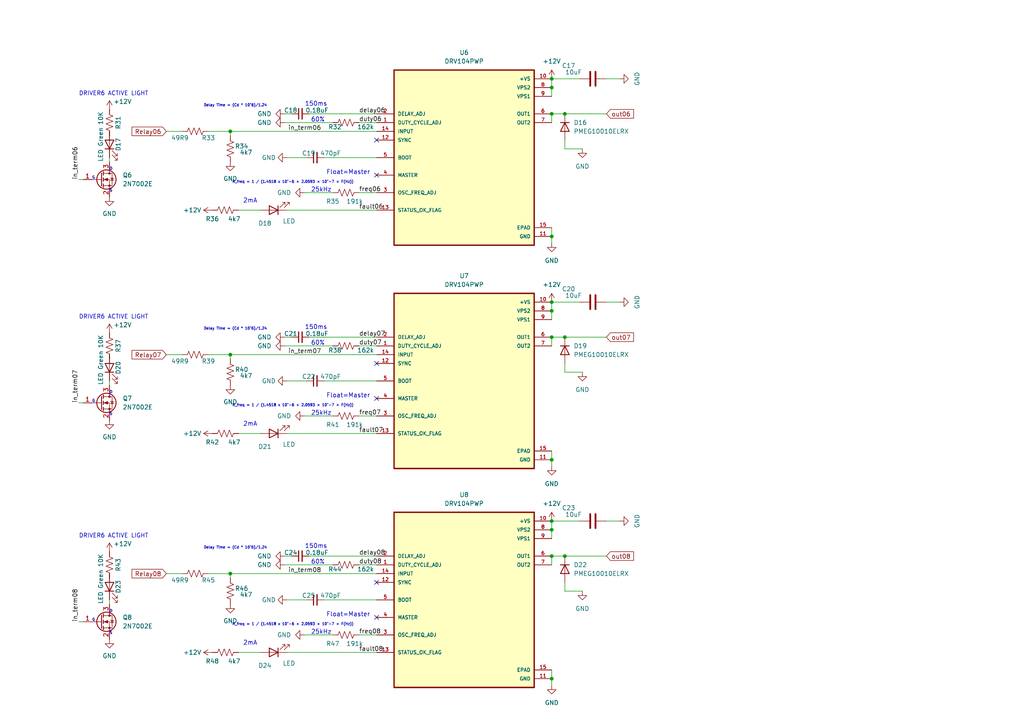
<source format=kicad_sch>
(kicad_sch (version 20231120) (generator "eeschema") (generator_version "8.0")
  (paper "A4")
  (title_block (title "16 Channel PWM Solenoid Driver - USB") (date "2024-06-12") (rev "3"))
  (lib_symbols
    (symbol "DRV104PWP:DRV104PWP" (pin_names (offset 1.016))
      (property "Reference" "U" (at -20.32 26.4 0))
      (property "Value" "DRV104PWP" (at -20.32 -29.4 0))
      (symbol "DRV104PWP_0_0"
        (rectangle (start -20.32 -25.4) (end 20.32 25.4) (stroke (width 0.41)) (fill (type background)))
        (pin input line (at -25.4 10.16 0) (length 5.08) (name "DUTY_CYCLE_ADJ") (number "1"))
        (pin power_in line (at 25.4 22.86 180) (length 5.08) (name "+VS") (number "10"))
        (pin power_in line (at 25.4 -22.86 180) (length 5.08) (name "GND") (number "11"))
        (pin input line (at -25.4 5.08 0) (length 5.08) (name "SYNC") (number "12"))
        (pin bidirectional line (at -25.4 -15.24 0) (length 5.08) (name "STATUS_OK_FLAG") (number "13"))
        (pin input line (at -25.4 7.62 0) (length 5.08) (name "INPUT") (number "14"))
        (pin power_in line (at 25.4 -20.32 180) (length 5.08) (name "EPAD") (number "15"))
        (pin input line (at -25.4 12.7 0) (length 5.08) (name "DELAY_ADJ") (number "2"))
        (pin bidirectional line (at -25.4 -10.16 0) (length 5.08) (name "OSC_FREQ_ADJ") (number "3"))
        (pin bidirectional line (at -25.4 -5.08 0) (length 5.08) (name "MASTER") (number "4"))
        (pin bidirectional line (at -25.4 0 0) (length 5.08) (name "BOOT") (number "5"))
        (pin output line (at 25.4 12.7 180) (length 5.08) (name "OUT1") (number "6"))
        (pin output line (at 25.4 10.16 180) (length 5.08) (name "OUT2") (number "7"))
        (pin power_in line (at 25.4 20.32 180) (length 5.08) (name "VPS2") (number "8"))
        (pin power_in line (at 25.4 17.78 180) (length 5.08) (name "VPS1") (number "9"))
      )
    )
    (symbol "Device:C" (pin_numbers hide) (pin_names (offset 0.254))
      (property "Reference" "C" (at 0.635 2.54 0))
      (property "Value" "C" (at 0.635 -2.54 0))
      (symbol "C_0_1"
        (polyline (pts (xy -2.032 -0.762) (xy 2.032 -0.762)) (stroke (width 0.508)))
        (polyline (pts (xy -2.032 0.762) (xy 2.032 0.762)) (stroke (width 0.508)))
      )
      (symbol "C_1_1"
        (pin passive line (at 0 3.81 270) (length 2.794) (name "~") (number "1"))
        (pin passive line (at 0 -3.81 90) (length 2.794) (name "~") (number "2"))
      )
    )
    (symbol "Device:C_Small" (pin_numbers hide) (pin_names (offset 0.254) hide)
      (property "Reference" "C" (at 0.254 1.778 0))
      (property "Value" "C_Small" (at 0.254 -2.032 0))
      (symbol "C_Small_0_1"
        (polyline (pts (xy -1.524 -0.508) (xy 1.524 -0.508)) (stroke (width 0.3302)))
        (polyline (pts (xy -1.524 0.508) (xy 1.524 0.508)) (stroke (width 0.3048)))
      )
      (symbol "C_Small_1_1"
        (pin passive line (at 0 2.54 270) (length 2.032) (name "~") (number "1"))
        (pin passive line (at 0 -2.54 90) (length 2.032) (name "~") (number "2"))
      )
    )
    (symbol "Device:D" (pin_numbers hide) (pin_names (offset 1.016) hide)
      (property "Reference" "D" (at 0 2.54 0))
      (property "Value" "D" (at 0 -2.54 0))
      (symbol "D_0_1"
        (polyline (pts (xy -1.27 1.27) (xy -1.27 -1.27)) (stroke (width 0.254)))
        (polyline (pts (xy 1.27 0) (xy -1.27 0)))
        (polyline (pts (xy 1.27 1.27) (xy 1.27 -1.27) (xy -1.27 0) (xy 1.27 1.27)) (stroke (width 0.254)))
      )
      (symbol "D_1_1"
        (pin passive line (at -3.81 0 0) (length 2.54) (name "K") (number "1"))
        (pin passive line (at 3.81 0 180) (length 2.54) (name "A") (number "2"))
      )
    )
    (symbol "Device:LED" (pin_numbers hide) (pin_names (offset 1.016) hide)
      (property "Reference" "D" (at 0 2.54 0))
      (property "Value" "LED" (at 0 -2.54 0))
      (symbol "LED_0_1"
        (polyline (pts (xy -1.27 -1.27) (xy -1.27 1.27)) (stroke (width 0.254)))
        (polyline (pts (xy -1.27 0) (xy 1.27 0)))
        (polyline (pts (xy 1.27 -1.27) (xy 1.27 1.27) (xy -1.27 0) (xy 1.27 -1.27)) (stroke (width 0.254)))
        (polyline (pts (xy -3.048 -0.762) (xy -4.572 -2.286) (xy -3.81 -2.286) (xy -4.572 -2.286) (xy -4.572 -1.524)))
        (polyline (pts (xy -1.778 -0.762) (xy -3.302 -2.286) (xy -2.54 -2.286) (xy -3.302 -2.286) (xy -3.302 -1.524)))
      )
      (symbol "LED_1_1"
        (pin passive line (at -3.81 0 0) (length 2.54) (name "K") (number "1"))
        (pin passive line (at 3.81 0 180) (length 2.54) (name "A") (number "2"))
      )
    )
    (symbol "Device:R_US" (pin_numbers hide) (pin_names (offset 0))
      (property "Reference" "R" (at 2.54 0 90))
      (property "Value" "R_US" (at -2.54 0 90))
      (symbol "R_US_0_1"
        (polyline (pts (xy 0 -2.286) (xy 0 -2.54)))
        (polyline (pts (xy 0 2.286) (xy 0 2.54)))
        (polyline (pts (xy 0 -0.762) (xy 1.016 -1.143) (xy 0 -1.524) (xy -1.016 -1.905) (xy 0 -2.286)))
        (polyline (pts (xy 0 0.762) (xy 1.016 0.381) (xy 0 0) (xy -1.016 -0.381) (xy 0 -0.762)))
        (polyline (pts (xy 0 2.286) (xy 1.016 1.905) (xy 0 1.524) (xy -1.016 1.143) (xy 0 0.762)))
      )
      (symbol "R_US_1_1"
        (pin passive line (at 0 3.81 270) (length 1.27) (name "~") (number "1"))
        (pin passive line (at 0 -3.81 90) (length 1.27) (name "~") (number "2"))
      )
    )
    (symbol "Transistor_FET:2N7002E" (pin_names hide)
      (property "Reference" "Q" (at 5.08 1.905 0))
      (property "Value" "2N7002E" (at 5.08 0 0))
      (symbol "2N7002E_0_1"
        (polyline (pts (xy 0.254 0) (xy -2.54 0)))
        (polyline (pts (xy 0.254 1.905) (xy 0.254 -1.905)) (stroke (width 0.254)))
        (polyline (pts (xy 0.762 -1.27) (xy 0.762 -2.286)) (stroke (width 0.254)))
        (polyline (pts (xy 0.762 0.508) (xy 0.762 -0.508)) (stroke (width 0.254)))
        (polyline (pts (xy 0.762 2.286) (xy 0.762 1.27)) (stroke (width 0.254)))
        (polyline (pts (xy 2.54 2.54) (xy 2.54 1.778)))
        (polyline (pts (xy 2.54 -2.54) (xy 2.54 0) (xy 0.762 0)))
        (polyline (pts (xy 0.762 -1.778) (xy 3.302 -1.778) (xy 3.302 1.778) (xy 0.762 1.778)))
        (polyline (pts (xy 1.016 0) (xy 2.032 0.381) (xy 2.032 -0.381) (xy 1.016 0)) (fill (type outline)))
        (polyline (pts (xy 2.794 0.508) (xy 2.921 0.381) (xy 3.683 0.381) (xy 3.81 0.254)))
        (polyline (pts (xy 3.302 0.381) (xy 2.921 -0.254) (xy 3.683 -0.254) (xy 3.302 0.381)))
        (circle (center 1.651 0) (radius 2.794) (stroke (width 0.254)))
        (circle (center 2.54 -1.778) (radius 0.254) (fill (type outline)))
        (circle (center 2.54 1.778) (radius 0.254) (fill (type outline)))
      )
      (symbol "2N7002E_1_1"
        (pin input line (at -5.08 0 0) (length 2.54) (name "G") (number "1"))
        (pin passive line (at 2.54 -5.08 90) (length 2.54) (name "S") (number "2"))
        (pin passive line (at 2.54 5.08 270) (length 2.54) (name "D") (number "3"))
      )
    )
    (symbol "power:+12V" (power) (pin_names (offset 0))
      (property "Value" "+12V" (at 0 3.556 0))
      (symbol "+12V_0_1"
        (polyline (pts (xy -0.762 1.27) (xy 0 2.54)))
        (polyline (pts (xy 0 0) (xy 0 2.54)))
        (polyline (pts (xy 0 2.54) (xy 0.762 1.27)))
      )
      (symbol "+12V_1_1"
        (pin power_in line (at 0 0 90) (length 0) hide (name "+12V") (number "1"))
      )
    )
    (symbol "power:GND" (power) (pin_names (offset 0))
      (property "Value" "GND" (at 0 -3.81 0))
      (symbol "GND_0_1"
        (polyline (pts (xy 0 0) (xy 0 -1.27) (xy 1.27 -1.27) (xy 0 -2.54) (xy -1.27 -1.27) (xy 0 -1.27)))
      )
      (symbol "GND_1_1"
        (pin power_in line (at 0 0 270) (length 0) hide (name "GND") (number "1"))
      )
    )
  )
  (junction (at 160.02 68.58))
  (junction (at 163.83 33.02))
  (junction (at 66.802 166.37))
  (junction (at 160.02 87.63))
  (junction (at 66.802 102.87))
  (junction (at 160.02 90.17))
  (junction (at 163.83 161.29))
  (junction (at 160.02 97.79))
  (junction (at 160.02 33.02))
  (junction (at 163.83 97.79))
  (junction (at 160.02 151.13))
  (junction (at 160.02 161.29))
  (junction (at 160.02 133.35))
  (junction (at 66.802 38.1))
  (junction (at 160.02 196.85))
  (junction (at 160.02 153.67))
  (junction (at 160.02 22.86))
  (junction (at 160.02 25.4))
  (no_connect (at 109.22 105.41))
  (no_connect (at 109.22 50.8))
  (no_connect (at 109.22 179.07))
  (no_connect (at 109.22 115.57))
  (no_connect (at 109.22 168.91))
  (no_connect (at 109.22 40.64))
  (wire (pts (xy 160.02 151.13) (xy 160.02 153.67)))
  (wire (pts (xy 104.14 184.15) (xy 109.22 184.15)))
  (wire (pts (xy 31.75 110.49) (xy 31.75 111.76)))
  (wire (pts (xy 89.662 161.29) (xy 109.22 161.29)))
  (wire (pts (xy 88.265 55.88) (xy 96.52 55.88)))
  (wire (pts (xy 163.83 33.02) (xy 175.895 33.02)))
  (wire (pts (xy 168.148 151.13) (xy 160.02 151.13)))
  (wire (pts (xy 160.02 153.67) (xy 160.02 156.21)))
  (wire (pts (xy 89.662 97.79) (xy 109.22 97.79)))
  (wire (pts (xy 48.26 38.1) (xy 52.832 38.1)))
  (wire (pts (xy 175.768 151.13) (xy 179.705 151.13)))
  (wire (pts (xy 104.14 55.88) (xy 109.22 55.88)))
  (wire (pts (xy 160.02 25.4) (xy 160.02 27.94)))
  (wire (pts (xy 104.14 100.33) (xy 109.22 100.33)))
  (wire (pts (xy 160.02 90.17) (xy 160.02 92.71)))
  (wire (pts (xy 88.9 45.72) (xy 83.185 45.72)))
  (wire (pts (xy 160.02 33.02) (xy 160.02 35.56)))
  (wire (pts (xy 66.802 38.1) (xy 109.22 38.1)))
  (wire (pts (xy 66.802 166.37) (xy 109.22 166.37)))
  (wire (pts (xy 60.452 38.1) (xy 66.802 38.1)))
  (wire (pts (xy 104.14 35.56) (xy 109.22 35.56)))
  (wire (pts (xy 160.02 130.81) (xy 160.02 133.35)))
  (wire (pts (xy 48.26 102.87) (xy 52.832 102.87)))
  (wire (pts (xy 82.55 35.56) (xy 96.52 35.56)))
  (wire (pts (xy 104.14 163.83) (xy 109.22 163.83)))
  (wire (pts (xy 163.83 43.18) (xy 163.83 40.64)))
  (wire (pts (xy 66.802 102.87) (xy 66.802 104.14)))
  (wire (pts (xy 88.265 184.15) (xy 96.52 184.15)))
  (wire (pts (xy 160.02 97.79) (xy 160.02 100.33)))
  (wire (pts (xy 31.75 45.72) (xy 31.75 46.99)))
  (wire (pts (xy 160.02 68.58) (xy 160.02 70.485)))
  (wire (pts (xy 160.02 66.04) (xy 160.02 68.58)))
  (wire (pts (xy 66.802 102.87) (xy 109.22 102.87)))
  (wire (pts (xy 60.452 102.87) (xy 66.802 102.87)))
  (wire (pts (xy 175.768 22.86) (xy 179.705 22.86)))
  (wire (pts (xy 93.98 45.72) (xy 109.22 45.72)))
  (wire (pts (xy 160.02 161.29) (xy 160.02 163.83)))
  (wire (pts (xy 69.215 60.96) (xy 75.565 60.96)))
  (wire (pts (xy 168.91 107.95) (xy 163.83 107.95)))
  (wire (pts (xy 93.98 110.49) (xy 109.22 110.49)))
  (wire (pts (xy 60.452 166.37) (xy 66.802 166.37)))
  (wire (pts (xy 22.86 180.34) (xy 24.13 180.34)))
  (wire (pts (xy 84.582 33.02) (xy 82.55 33.02)))
  (wire (pts (xy 163.83 107.95) (xy 163.83 105.41)))
  (wire (pts (xy 160.02 161.29) (xy 163.83 161.29)))
  (wire (pts (xy 160.02 87.63) (xy 160.02 90.17)))
  (wire (pts (xy 160.02 133.35) (xy 160.02 135.255)))
  (wire (pts (xy 104.14 120.65) (xy 109.22 120.65)))
  (wire (pts (xy 31.75 173.99) (xy 31.75 175.26)))
  (wire (pts (xy 66.802 38.1) (xy 66.802 39.37)))
  (wire (pts (xy 163.83 171.45) (xy 163.83 168.91)))
  (wire (pts (xy 88.9 173.99) (xy 83.185 173.99)))
  (wire (pts (xy 160.02 22.86) (xy 160.02 25.4)))
  (wire (pts (xy 22.86 52.07) (xy 24.13 52.07)))
  (wire (pts (xy 93.98 173.99) (xy 109.22 173.99)))
  (wire (pts (xy 175.768 87.63) (xy 179.705 87.63)))
  (wire (pts (xy 31.75 167.64) (xy 31.75 166.37)))
  (wire (pts (xy 160.02 196.85) (xy 160.02 198.755)))
  (wire (pts (xy 48.26 166.37) (xy 52.832 166.37)))
  (wire (pts (xy 160.02 194.31) (xy 160.02 196.85)))
  (wire (pts (xy 160.02 97.79) (xy 163.83 97.79)))
  (wire (pts (xy 163.83 161.29) (xy 175.895 161.29)))
  (wire (pts (xy 168.91 171.45) (xy 163.83 171.45)))
  (wire (pts (xy 22.86 116.84) (xy 24.13 116.84)))
  (wire (pts (xy 88.265 120.65) (xy 96.52 120.65)))
  (wire (pts (xy 82.55 100.33) (xy 96.52 100.33)))
  (wire (pts (xy 84.582 161.29) (xy 82.55 161.29)))
  (wire (pts (xy 82.55 163.83) (xy 96.52 163.83)))
  (wire (pts (xy 160.02 33.02) (xy 163.83 33.02)))
  (wire (pts (xy 31.75 39.37) (xy 31.75 38.1)))
  (wire (pts (xy 66.802 166.37) (xy 66.802 167.64)))
  (wire (pts (xy 83.185 60.96) (xy 109.22 60.96)))
  (wire (pts (xy 69.215 189.23) (xy 75.565 189.23)))
  (wire (pts (xy 88.9 110.49) (xy 83.185 110.49)))
  (wire (pts (xy 83.185 125.73) (xy 109.22 125.73)))
  (wire (pts (xy 168.148 22.86) (xy 160.02 22.86)))
  (wire (pts (xy 163.83 97.79) (xy 175.895 97.79)))
  (wire (pts (xy 69.215 125.73) (xy 75.565 125.73)))
  (wire (pts (xy 83.185 189.23) (xy 109.22 189.23)))
  (wire (pts (xy 31.75 104.14) (xy 31.75 102.87)))
  (wire (pts (xy 89.662 33.02) (xy 109.22 33.02)))
  (wire (pts (xy 168.91 43.18) (xy 163.83 43.18)))
  (wire (pts (xy 168.148 87.63) (xy 160.02 87.63)))
  (wire (pts (xy 84.582 97.79) (xy 82.55 97.79)))
  (text "Delay Time = (Cd * 10^6)/1.24" (at 59.055 159.385 0) (effects (font (size 0.75 0.75)) (justify left bottom)))
  (text "Float=Master" (at 94.615 50.8 0) (effects (font (size 1.27 1.27)) (justify left bottom)))
  (text "150ms" (at 88.392 159.258 0) (effects (font (size 1.27 1.27)) (justify left bottom)))
  (text "D" (at 31.75 49.53 0) (effects (font (size 0.75 0.75)) (justify left bottom)))
  (text "Float=Master" (at 94.615 179.07 0) (effects (font (size 1.27 1.27)) (justify left bottom)))
  (text "60%" (at 90.17 35.56 0) (effects (font (size 1.27 1.27)) (justify left bottom)))
  (text "150ms" (at 88.392 30.988 0) (effects (font (size 1.27 1.27)) (justify left bottom)))
  (text "G" (at 26.67 52.07 0) (effects (font (size 0.75 0.75)) (justify left bottom)))
  (text "D" (at 31.75 114.3 0) (effects (font (size 0.75 0.75)) (justify left bottom)))
  (text "2mA" (at 70.485 187.325 0) (effects (font (size 1.27 1.27)) (justify left bottom)))
  (text "DRIVER6 ACTIVE LIGHT" (at 22.86 156.21 0) (effects (font (size 1.2 1.2)) (justify left bottom)))
  (text "R_freq = 1 / (1.4518 x 10^−6 + 2.0593 × 10^−7 × F(Hz))" (at 67.31 118.11 0) (effects (font (size 0.75 0.75)) (justify left bottom)))
  (text "25kHz" (at 90.17 120.65 0) (effects (font (size 1.27 1.27)) (justify left bottom)))
  (text "Delay Time = (Cd * 10^6)/1.24" (at 59.055 95.885 0) (effects (font (size 0.75 0.75)) (justify left bottom)))
  (text "D" (at 31.75 177.8 0) (effects (font (size 0.75 0.75)) (justify left bottom)))
  (text "DRIVER6 ACTIVE LIGHT" (at 22.86 27.94 0) (effects (font (size 1.2 1.2)) (justify left bottom)))
  (text "S" (at 31.75 55.88 0) (effects (font (size 0.75 0.75)) (justify left bottom)))
  (text "2mA" (at 70.485 59.055 0) (effects (font (size 1.27 1.27)) (justify left bottom)))
  (text "60%" (at 90.17 100.33 0) (effects (font (size 1.27 1.27)) (justify left bottom)))
  (text "25kHz" (at 90.17 184.15 0) (effects (font (size 1.27 1.27)) (justify left bottom)))
  (text "2mA" (at 70.485 123.825 0) (effects (font (size 1.27 1.27)) (justify left bottom)))
  (text "Delay Time = (Cd * 10^6)/1.24" (at 59.055 31.115 0) (effects (font (size 0.75 0.75)) (justify left bottom)))
  (text "G" (at 26.67 116.84 0) (effects (font (size 0.75 0.75)) (justify left bottom)))
  (text "150ms" (at 88.392 95.758 0) (effects (font (size 1.27 1.27)) (justify left bottom)))
  (text "S" (at 31.75 120.65 0) (effects (font (size 0.75 0.75)) (justify left bottom)))
  (text "60%" (at 90.17 163.83 0) (effects (font (size 1.27 1.27)) (justify left bottom)))
  (text "G" (at 26.67 180.34 0) (effects (font (size 0.75 0.75)) (justify left bottom)))
  (text "S" (at 31.75 184.15 0) (effects (font (size 0.75 0.75)) (justify left bottom)))
  (text "DRIVER6 ACTIVE LIGHT" (at 22.86 92.71 0) (effects (font (size 1.2 1.2)) (justify left bottom)))
  (text "Float=Master" (at 94.615 115.57 0) (effects (font (size 1.27 1.27)) (justify left bottom)))
  (text "R_freq = 1 / (1.4518 x 10^−6 + 2.0593 × 10^−7 × F(Hz))" (at 67.31 181.61 0) (effects (font (size 0.75 0.75)) (justify left bottom)))
  (text "R_freq = 1 / (1.4518 x 10^−6 + 2.0593 × 10^−7 × F(Hz))" (at 67.31 53.34 0) (effects (font (size 0.75 0.75)) (justify left bottom)))
  (text "25kHz" (at 90.17 55.88 0) (effects (font (size 1.27 1.27)) (justify left bottom)))
  (label "delay07" (at 104.14 97.79 0))
  (label "fault08" (at 104.14 189.23 0))
  (label "in_term06" (at 83.566 38.1 0))
  (label "delay08" (at 104.14 161.29 0))
  (label "delay06" (at 104.14 33.02 0))
  (label "duty07" (at 104.14 100.33 0))
  (label "fault07" (at 104.14 125.73 0))
  (label "in_term07" (at 22.86 116.84 90))
  (label "duty06" (at 104.14 35.56 0))
  (label "in_term08" (at 22.86 180.34 90))
  (label "in_term08" (at 83.566 166.37 0))
  (label "freq07" (at 104.14 120.65 0))
  (label "freq08" (at 104.14 184.15 0))
  (label "freq06" (at 104.14 55.88 0))
  (label "duty08" (at 104.14 163.83 0))
  (label "in_term06" (at 22.86 52.07 90))
  (label "fault06" (at 104.14 60.96 0))
  (label "in_term07" (at 83.566 102.87 0))
  (global_label "Relay07" (shape input) (at 48.26 102.87 180) (property "Intersheetrefs" "${INTERSHEET_REFS}" (effects (hide yes))))
  (global_label "out08" (shape input) (at 175.895 161.29 0) (property "Intersheetrefs" "${INTERSHEET_REFS}" (effects (hide yes))))
  (global_label "out06" (shape input) (at 175.895 33.02 0) (property "Intersheetrefs" "${INTERSHEET_REFS}" (effects (hide yes))))
  (global_label "Relay08" (shape input) (at 48.26 166.37 180) (property "Intersheetrefs" "${INTERSHEET_REFS}" (effects (hide yes))))
  (global_label "Relay06" (shape input) (at 48.26 38.1 180) (property "Intersheetrefs" "${INTERSHEET_REFS}" (effects (hide yes))))
  (global_label "out07" (shape input) (at 175.895 97.79 0) (property "Intersheetrefs" "${INTERSHEET_REFS}" (effects (hide yes))))
  (symbol (lib_id "power:GND") (at 82.55 33.02 270) (unit 1)
    (property "Reference" "#PWR067" (effects (hide yes)))
    (property "Value" "GND" (at 78.74 33.02 90) (effects (justify right)))
  )
  (symbol (lib_id "Transistor_FET:2N7002E") (at 29.21 116.84 0) (unit 1)
    (property "Reference" "Q7" (at 35.56 115.5699 0) (effects (justify left)))
    (property "Value" "2N7002E" (at 35.56 118.1099 0) (effects (justify left)))
    (property "Footprint" "Package_TO_SOT_SMD:SOT-23" (effects (hide yes)))
    (property "Datasheet" "http://www.diodes.com/assets/Datasheets/ds30376.pdf" (effects (hide yes)))
  )
  (symbol (lib_id "power:GND") (at 31.75 121.92 0) (unit 1)
    (property "Reference" "#PWR085" (effects (hide yes)))
    (property "Value" "GND" (at 31.75 126.746 0))
  )
  (symbol (lib_id "power:GND") (at 168.91 43.18 0) (unit 1)
    (property "Reference" "#PWR069" (effects (hide yes)))
    (property "Value" "GND" (at 168.91 48.26 0))
  )
  (symbol (lib_id "Device:R_US") (at 31.75 100.33 0) (unit 1)
    (property "Reference" "R37" (at 34.29 100.33 90))
    (property "Value" "10K" (at 29.21 99.06 90))
    (property "Footprint" "Resistor_SMD:R_1206_3216Metric" (effects (hide yes)))
    (property "PartNum" "RC0805FR-07162KL" (effects (hide yes)))
    (property "Mfg" "Yageo" (effects (hide yes)))
  )
  (symbol (lib_id "power:GND") (at 82.55 161.29 270) (unit 1)
    (property "Reference" "#PWR091" (effects (hide yes)))
    (property "Value" "GND" (at 78.74 161.29 90) (effects (justify right)))
  )
  (symbol (lib_id "DRV104PWP:DRV104PWP") (at 134.62 173.99 0) (unit 1)
    (property "Reference" "U8" (at 134.62 143.51 0))
    (property "Value" "DRV104PWP" (at 134.62 146.05 0))
    (property "Footprint" "Solenoid_Driver:IC_TPS27S100BPWPR" (effects (hide yes)))
    (property "PartNum" "DRV104PWP" (effects (hide yes)))
    (property "Mfg" "TI" (effects (hide yes)))
  )
  (symbol (lib_id "power:GND") (at 66.802 175.26 0) (unit 1)
    (property "Reference" "#PWR095" (effects (hide yes)))
    (property "Value" "GND" (at 66.802 180.086 0))
  )
  (symbol (lib_id "power:GND") (at 179.705 151.13 90) (unit 1)
    (property "Reference" "#PWR089" (effects (hide yes)))
    (property "Value" "GND" (at 184.785 151.13 0))
  )
  (symbol (lib_id "power:GND") (at 88.265 55.88 270) (unit 1)
    (property "Reference" "#PWR072" (effects (hide yes)))
    (property "Value" "GND" (at 84.455 55.88 90) (effects (justify right)))
  )
  (symbol (lib_id "power:+12V") (at 160.02 87.63 0) (unit 1)
    (property "Reference" "#PWR076" (effects (hide yes)))
    (property "Value" "+12V" (at 160.02 82.55 0))
  )
  (symbol (lib_id "power:GND") (at 168.91 107.95 0) (unit 1)
    (property "Reference" "#PWR081" (effects (hide yes)))
    (property "Value" "GND" (at 168.91 113.03 0))
  )
  (symbol (lib_id "power:GND") (at 31.75 57.15 0) (unit 1)
    (property "Reference" "#PWR073" (effects (hide yes)))
    (property "Value" "GND" (at 31.75 61.976 0))
  )
  (symbol (lib_id "power:GND") (at 83.185 173.99 270) (unit 1)
    (property "Reference" "#PWR094" (effects (hide yes)))
    (property "Value" "GND" (at 80.01 173.99 90) (effects (justify right)))
  )
  (symbol (lib_id "power:GND") (at 179.705 22.86 90) (unit 1)
    (property "Reference" "#PWR065" (effects (hide yes)))
    (property "Value" "GND" (at 184.785 22.86 0))
  )
  (symbol (lib_id "power:GND") (at 168.91 171.45 0) (unit 1)
    (property "Reference" "#PWR093" (effects (hide yes)))
    (property "Value" "GND" (at 168.91 176.53 0))
  )
  (symbol (lib_id "Device:R_US") (at 56.642 166.37 90) (unit 1)
    (property "Reference" "R45" (at 60.452 168.275 90))
    (property "Value" "49R9" (at 52.197 168.275 90))
    (property "Footprint" "Resistor_SMD:R_1206_3216Metric" (effects (hide yes)))
    (property "PartNum" "RC0805FR-0749R9L" (effects (hide yes)))
    (property "Mfg" "Yageo" (effects (hide yes)))
  )
  (symbol (lib_id "Device:R_US") (at 100.33 120.65 90) (unit 1)
    (property "Reference" "R41" (at 96.52 123.19 90))
    (property "Value" "191k" (at 102.87 123.19 90))
    (property "Footprint" "Resistor_SMD:R_1206_3216Metric" (effects (hide yes)))
    (property "PartNum" "RC0805FR-07191KL" (effects (hide yes)))
    (property "Mfg" "Yageo" (effects (hide yes)))
  )
  (symbol (lib_id "Transistor_FET:2N7002E") (at 29.21 52.07 0) (unit 1)
    (property "Reference" "Q6" (at 35.56 50.7999 0) (effects (justify left)))
    (property "Value" "2N7002E" (at 35.56 53.3399 0) (effects (justify left)))
    (property "Footprint" "Package_TO_SOT_SMD:SOT-23" (effects (hide yes)))
    (property "Datasheet" "http://www.diodes.com/assets/Datasheets/ds30376.pdf" (effects (hide yes)))
  )
  (symbol (lib_id "Device:LED") (at 79.375 125.73 180) (unit 1)
    (property "Reference" "D21" (at 76.835 129.54 0))
    (property "Value" "LED" (at 83.82 128.905 0))
    (property "Footprint" "LED_SMD:LED_0805_2012Metric" (effects (hide yes)))
    (property "PartNum" "150080RS75000" (effects (hide yes)))
    (property "Mfg" "Wurth" (effects (hide yes)))
  )
  (symbol (lib_id "Device:R_US") (at 100.33 184.15 90) (unit 1)
    (property "Reference" "R47" (at 96.52 186.69 90))
    (property "Value" "191k" (at 102.87 186.69 90))
    (property "Footprint" "Resistor_SMD:R_1206_3216Metric" (effects (hide yes)))
    (property "PartNum" "RC0805FR-07191KL" (effects (hide yes)))
    (property "Mfg" "Yageo" (effects (hide yes)))
  )
  (symbol (lib_id "Device:C") (at 171.958 151.13 90) (unit 1)
    (property "Reference" "C23" (at 166.878 147.32 90) (effects (justify left)))
    (property "Value" "10uF" (at 168.783 149.225 90) (effects (justify left)))
    (property "Footprint" "Capacitor_SMD:C_1210_3225Metric" (effects (hide yes)))
    (property "PartNum" "CL32A106KLULNNE" (effects (hide yes)))
    (property "Mfg" "Samsung Electro-Mechanics" (effects (hide yes)))
  )
  (symbol (lib_id "Device:LED") (at 79.375 189.23 180) (unit 1)
    (property "Reference" "D24" (at 76.835 193.04 0))
    (property "Value" "LED" (at 83.82 192.405 0))
    (property "Footprint" "LED_SMD:LED_0805_2012Metric" (effects (hide yes)))
    (property "PartNum" "150080RS75000" (effects (hide yes)))
    (property "Mfg" "Wurth" (effects (hide yes)))
  )
  (symbol (lib_id "power:GND") (at 88.265 120.65 270) (unit 1)
    (property "Reference" "#PWR084" (effects (hide yes)))
    (property "Value" "GND" (at 84.455 120.65 90) (effects (justify right)))
  )
  (symbol (lib_id "Device:R_US") (at 65.405 189.23 90) (unit 1)
    (property "Reference" "R48" (at 61.595 191.77 90))
    (property "Value" "4k7" (at 67.945 191.77 90))
    (property "Footprint" "Resistor_SMD:R_1206_3216Metric" (effects (hide yes)))
    (property "PartNum" "RC0805JR-074K7L" (effects (hide yes)))
    (property "Mfg" "Yageo" (effects (hide yes)))
  )
  (symbol (lib_id "Device:C") (at 171.958 22.86 90) (unit 1)
    (property "Reference" "C17" (at 166.878 19.05 90) (effects (justify left)))
    (property "Value" "10uF" (at 168.783 20.955 90) (effects (justify left)))
    (property "Footprint" "Capacitor_SMD:C_1210_3225Metric" (effects (hide yes)))
    (property "PartNum" "CL32A106KLULNNE" (effects (hide yes)))
    (property "Mfg" "Samsung Electro-Mechanics" (effects (hide yes)))
  )
  (symbol (lib_id "Device:LED") (at 31.75 170.18 90) (unit 1)
    (property "Reference" "D23" (at 34.29 170.18 0))
    (property "Value" "LED Green" (at 29.21 170.18 0))
    (property "Footprint" "LED_SMD:LED_0805_2012Metric" (effects (hide yes)))
    (property "PartNum" "150080RS75000" (effects (hide yes)))
    (property "Mfg" "Wurth" (effects (hide yes)))
  )
  (symbol (lib_id "Device:R_US") (at 100.33 163.83 90) (unit 1)
    (property "Reference" "R44" (at 97.155 165.1 90))
    (property "Value" "162k" (at 106.045 165.1 90))
    (property "Footprint" "Resistor_SMD:R_1206_3216Metric" (effects (hide yes)))
    (property "PartNum" "RC0805FR-07162KL" (effects (hide yes)))
    (property "Mfg" "Yageo" (effects (hide yes)))
  )
  (symbol (lib_id "power:GND") (at 66.802 46.99 0) (unit 1)
    (property "Reference" "#PWR071" (effects (hide yes)))
    (property "Value" "GND" (at 66.802 51.816 0))
  )
  (symbol (lib_id "power:GND") (at 82.55 100.33 270) (unit 1)
    (property "Reference" "#PWR080" (effects (hide yes)))
    (property "Value" "GND" (at 78.74 100.33 90) (effects (justify right)))
  )
  (symbol (lib_id "power:GND") (at 82.55 163.83 270) (unit 1)
    (property "Reference" "#PWR092" (effects (hide yes)))
    (property "Value" "GND" (at 78.74 163.83 90) (effects (justify right)))
  )
  (symbol (lib_id "power:+12V") (at 61.595 189.23 90) (unit 1)
    (property "Reference" "#PWR098" (effects (hide yes)))
    (property "Value" "+12V" (at 58.42 189.23 90) (effects (justify left)))
  )
  (symbol (lib_id "DRV104PWP:DRV104PWP") (at 134.62 110.49 0) (unit 1)
    (property "Reference" "U7" (at 134.62 80.01 0))
    (property "Value" "DRV104PWP" (at 134.62 82.55 0))
    (property "Footprint" "Solenoid_Driver:IC_TPS27S100BPWPR" (effects (hide yes)))
    (property "PartNum" "DRV104PWP" (effects (hide yes)))
    (property "Mfg" "TI" (effects (hide yes)))
  )
  (symbol (lib_id "Device:R_US") (at 100.33 100.33 90) (unit 1)
    (property "Reference" "R38" (at 97.155 101.6 90))
    (property "Value" "162k" (at 106.045 101.6 90))
    (property "Footprint" "Resistor_SMD:R_1206_3216Metric" (effects (hide yes)))
    (property "PartNum" "RC0805FR-07162KL" (effects (hide yes)))
    (property "Mfg" "Yageo" (effects (hide yes)))
  )
  (symbol (lib_id "Device:LED") (at 31.75 41.91 90) (unit 1)
    (property "Reference" "D17" (at 34.29 41.91 0))
    (property "Value" "LED Green" (at 29.21 41.91 0))
    (property "Footprint" "LED_SMD:LED_0805_2012Metric" (effects (hide yes)))
    (property "PartNum" "150080RS75000" (effects (hide yes)))
    (property "Mfg" "Wurth" (effects (hide yes)))
  )
  (symbol (lib_id "Device:R_US") (at 66.802 171.45 180) (unit 1)
    (property "Reference" "R46" (at 70.104 170.688 0))
    (property "Value" "4k7" (at 71.374 172.466 0))
    (property "Footprint" "Resistor_SMD:R_1206_3216Metric" (effects (hide yes)))
    (property "PartNum" "RC0805JR-074K7L" (effects (hide yes)))
    (property "Mfg" "Yageo" (effects (hide yes)))
  )
  (symbol (lib_id "Device:D") (at 163.83 101.6 270) (unit 1)
    (property "Reference" "D19" (at 166.37 100.33 90) (effects (justify left)))
    (property "Value" "PMEG10010ELRX" (at 166.37 102.87 90) (effects (justify left)))
    (property "Footprint" "Diode_SMD:Nexperia_CFP3_SOD-123W" (effects (hide yes)))
    (property "Sim.Device" "D" (effects (hide yes)))
    (property "Sim.Pins" "1=K 2=A" (effects (hide yes)))
    (property "PartNum" "PMEG10010ELRX" (effects (hide yes)))
    (property "Mfg" "Nexperia" (effects (hide yes)))
  )
  (symbol (lib_id "Device:C_Small") (at 91.44 110.49 90) (unit 1)
    (property "Reference" "C22" (at 89.535 109.22 90))
    (property "Value" "470pF" (at 95.885 109.22 90))
    (property "Footprint" "Capacitor_SMD:C_1206_3216Metric" (effects (hide yes)))
    (property "PartNum" "C0805C471K5RAC7800" (effects (hide yes)))
    (property "Mfg" "Kemet" (effects (hide yes)))
  )
  (symbol (lib_id "power:+12V") (at 31.75 160.02 0) (unit 1)
    (property "Reference" "#PWR090" (effects (hide yes)))
    (property "Value" "+12V" (at 35.56 157.734 0))
  )
  (symbol (lib_id "Device:R_US") (at 100.33 55.88 90) (unit 1)
    (property "Reference" "R35" (at 96.52 58.42 90))
    (property "Value" "191k" (at 102.87 58.42 90))
    (property "Footprint" "Resistor_SMD:R_1206_3216Metric" (effects (hide yes)))
    (property "PartNum" "RC0805FR-07191KL" (effects (hide yes)))
    (property "Mfg" "Yageo" (effects (hide yes)))
  )
  (symbol (lib_id "power:+12V") (at 61.595 125.73 90) (unit 1)
    (property "Reference" "#PWR086" (effects (hide yes)))
    (property "Value" "+12V" (at 58.42 125.73 90) (effects (justify left)))
  )
  (symbol (lib_id "power:GND") (at 160.02 70.485 0) (unit 1)
    (property "Reference" "#PWR075" (effects (hide yes)))
    (property "Value" "GND" (at 160.02 75.565 0))
  )
  (symbol (lib_id "Device:R_US") (at 56.642 102.87 90) (unit 1)
    (property "Reference" "R39" (at 60.452 104.775 90))
    (property "Value" "49R9" (at 52.197 104.775 90))
    (property "Footprint" "Resistor_SMD:R_1206_3216Metric" (effects (hide yes)))
    (property "PartNum" "RC0805FR-0749R9L" (effects (hide yes)))
    (property "Mfg" "Yageo" (effects (hide yes)))
  )
  (symbol (lib_id "Device:LED") (at 31.75 106.68 90) (unit 1)
    (property "Reference" "D20" (at 34.29 106.68 0))
    (property "Value" "LED Green" (at 29.21 106.68 0))
    (property "Footprint" "LED_SMD:LED_0805_2012Metric" (effects (hide yes)))
    (property "PartNum" "150080RS75000" (effects (hide yes)))
    (property "Mfg" "Wurth" (effects (hide yes)))
  )
  (symbol (lib_id "power:GND") (at 83.185 110.49 270) (unit 1)
    (property "Reference" "#PWR082" (effects (hide yes)))
    (property "Value" "GND" (at 80.01 110.49 90) (effects (justify right)))
  )
  (symbol (lib_id "power:+12V") (at 160.02 22.86 0) (unit 1)
    (property "Reference" "#PWR064" (effects (hide yes)))
    (property "Value" "+12V" (at 160.02 17.78 0))
  )
  (symbol (lib_id "power:+12V") (at 31.75 31.75 0) (unit 1)
    (property "Reference" "#PWR066" (effects (hide yes)))
    (property "Value" "+12V" (at 35.56 29.464 0))
  )
  (symbol (lib_id "power:GND") (at 160.02 198.755 0) (unit 1)
    (property "Reference" "#PWR099" (effects (hide yes)))
    (property "Value" "GND" (at 160.02 203.835 0))
  )
  (symbol (lib_id "Device:D") (at 163.83 36.83 270) (unit 1)
    (property "Reference" "D16" (at 166.37 35.56 90) (effects (justify left)))
    (property "Value" "PMEG10010ELRX" (at 166.37 38.1 90) (effects (justify left)))
    (property "Footprint" "Diode_SMD:Nexperia_CFP3_SOD-123W" (effects (hide yes)))
    (property "Sim.Device" "D" (effects (hide yes)))
    (property "Sim.Pins" "1=K 2=A" (effects (hide yes)))
    (property "PartNum" "PMEG10010ELRX" (effects (hide yes)))
    (property "Mfg" "Nexperia" (effects (hide yes)))
  )
  (symbol (lib_id "Device:LED") (at 79.375 60.96 180) (unit 1)
    (property "Reference" "D18" (at 76.835 64.77 0))
    (property "Value" "LED" (at 83.82 64.135 0))
    (property "Footprint" "LED_SMD:LED_0805_2012Metric" (effects (hide yes)))
    (property "PartNum" "150080RS75000" (effects (hide yes)))
    (property "Mfg" "Wurth" (effects (hide yes)))
  )
  (symbol (lib_id "Device:R_US") (at 31.75 35.56 0) (unit 1)
    (property "Reference" "R31" (at 34.29 35.56 90))
    (property "Value" "10K" (at 29.21 34.29 90))
    (property "Footprint" "Resistor_SMD:R_1206_3216Metric" (effects (hide yes)))
    (property "PartNum" "RC0805FR-07162KL" (effects (hide yes)))
    (property "Mfg" "Yageo" (effects (hide yes)))
  )
  (symbol (lib_id "Device:R_US") (at 31.75 163.83 0) (unit 1)
    (property "Reference" "R43" (at 34.29 163.83 90))
    (property "Value" "10K" (at 29.21 162.56 90))
    (property "Footprint" "Resistor_SMD:R_1206_3216Metric" (effects (hide yes)))
    (property "PartNum" "RC0805FR-07162KL" (effects (hide yes)))
    (property "Mfg" "Yageo" (effects (hide yes)))
  )
  (symbol (lib_id "Device:R_US") (at 100.33 35.56 90) (unit 1)
    (property "Reference" "R32" (at 97.155 36.83 90))
    (property "Value" "162k" (at 106.045 36.83 90))
    (property "Footprint" "Resistor_SMD:R_1206_3216Metric" (effects (hide yes)))
    (property "PartNum" "RC0805FR-07162KL" (effects (hide yes)))
    (property "Mfg" "Yageo" (effects (hide yes)))
  )
  (symbol (lib_id "Device:C_Small") (at 91.44 45.72 90) (unit 1)
    (property "Reference" "C19" (at 89.535 44.45 90))
    (property "Value" "470pF" (at 95.885 44.45 90))
    (property "Footprint" "Capacitor_SMD:C_1206_3216Metric" (effects (hide yes)))
    (property "PartNum" "C0805C471K5RAC7800" (effects (hide yes)))
    (property "Mfg" "Kemet" (effects (hide yes)))
  )
  (symbol (lib_id "power:+12V") (at 160.02 151.13 0) (unit 1)
    (property "Reference" "#PWR088" (effects (hide yes)))
    (property "Value" "+12V" (at 160.02 146.05 0))
  )
  (symbol (lib_id "Device:C_Small") (at 87.122 97.79 90) (unit 1)
    (property "Reference" "C21" (at 84.328 96.774 90))
    (property "Value" "0.18uF" (at 91.948 96.774 90))
    (property "Footprint" "Capacitor_SMD:C_1206_3216Metric" (effects (hide yes)))
    (property "PartNum" "08053C184KAT2A" (effects (hide yes)))
    (property "Mfg" "KYOCERA AVX" (effects (hide yes)))
  )
  (symbol (lib_id "Device:C") (at 171.958 87.63 90) (unit 1)
    (property "Reference" "C20" (at 166.878 83.82 90) (effects (justify left)))
    (property "Value" "10uF" (at 168.783 85.725 90) (effects (justify left)))
    (property "Footprint" "Capacitor_SMD:C_1210_3225Metric" (effects (hide yes)))
    (property "PartNum" "CL32A106KLULNNE" (effects (hide yes)))
    (property "Mfg" "Samsung Electro-Mechanics" (effects (hide yes)))
  )
  (symbol (lib_id "power:GND") (at 66.802 111.76 0) (unit 1)
    (property "Reference" "#PWR083" (effects (hide yes)))
    (property "Value" "GND" (at 66.802 116.586 0))
  )
  (symbol (lib_id "Device:R_US") (at 65.405 125.73 90) (unit 1)
    (property "Reference" "R42" (at 61.595 128.27 90))
    (property "Value" "4k7" (at 67.945 128.27 90))
    (property "Footprint" "Resistor_SMD:R_1206_3216Metric" (effects (hide yes)))
    (property "PartNum" "RC0805JR-074K7L" (effects (hide yes)))
    (property "Mfg" "Yageo" (effects (hide yes)))
  )
  (symbol (lib_id "Device:R_US") (at 56.642 38.1 90) (unit 1)
    (property "Reference" "R33" (at 60.452 40.005 90))
    (property "Value" "49R9" (at 52.197 40.005 90))
    (property "Footprint" "Resistor_SMD:R_1206_3216Metric" (effects (hide yes)))
    (property "PartNum" "RC0805FR-0749R9L" (effects (hide yes)))
    (property "Mfg" "Yageo" (effects (hide yes)))
  )
  (symbol (lib_id "DRV104PWP:DRV104PWP") (at 134.62 45.72 0) (unit 1)
    (property "Reference" "U6" (at 134.62 15.24 0))
    (property "Value" "DRV104PWP" (at 134.62 17.78 0))
    (property "Footprint" "Solenoid_Driver:IC_TPS27S100BPWPR" (effects (hide yes)))
    (property "PartNum" "DRV104PWP" (effects (hide yes)))
    (property "Mfg" "TI" (effects (hide yes)))
  )
  (symbol (lib_id "power:+12V") (at 61.595 60.96 90) (unit 1)
    (property "Reference" "#PWR074" (effects (hide yes)))
    (property "Value" "+12V" (at 58.42 60.96 90) (effects (justify left)))
  )
  (symbol (lib_id "Device:R_US") (at 65.405 60.96 90) (unit 1)
    (property "Reference" "R36" (at 61.595 63.5 90))
    (property "Value" "4k7" (at 67.945 63.5 90))
    (property "Footprint" "Resistor_SMD:R_1206_3216Metric" (effects (hide yes)))
    (property "PartNum" "RC0805JR-074K7L" (effects (hide yes)))
    (property "Mfg" "Yageo" (effects (hide yes)))
  )
  (symbol (lib_id "Device:C_Small") (at 91.44 173.99 90) (unit 1)
    (property "Reference" "C25" (at 89.535 172.72 90))
    (property "Value" "470pF" (at 95.885 172.72 90))
    (property "Footprint" "Capacitor_SMD:C_1206_3216Metric" (effects (hide yes)))
    (property "PartNum" "C0805C471K5RAC7800" (effects (hide yes)))
    (property "Mfg" "Kemet" (effects (hide yes)))
  )
  (symbol (lib_id "power:GND") (at 83.185 45.72 270) (unit 1)
    (property "Reference" "#PWR070" (effects (hide yes)))
    (property "Value" "GND" (at 80.01 45.72 90) (effects (justify right)))
  )
  (symbol (lib_id "Device:R_US") (at 66.802 43.18 180) (unit 1)
    (property "Reference" "R34" (at 70.104 42.418 0))
    (property "Value" "4k7" (at 71.374 44.196 0))
    (property "Footprint" "Resistor_SMD:R_1206_3216Metric" (effects (hide yes)))
    (property "PartNum" "RC0805JR-074K7L" (effects (hide yes)))
    (property "Mfg" "Yageo" (effects (hide yes)))
  )
  (symbol (lib_id "Transistor_FET:2N7002E") (at 29.21 180.34 0) (unit 1)
    (property "Reference" "Q8" (at 35.56 179.0699 0) (effects (justify left)))
    (property "Value" "2N7002E" (at 35.56 181.6099 0) (effects (justify left)))
    (property "Footprint" "Package_TO_SOT_SMD:SOT-23" (effects (hide yes)))
    (property "Datasheet" "http://www.diodes.com/assets/Datasheets/ds30376.pdf" (effects (hide yes)))
  )
  (symbol (lib_id "power:GND") (at 88.265 184.15 270) (unit 1)
    (property "Reference" "#PWR096" (effects (hide yes)))
    (property "Value" "GND" (at 84.455 184.15 90) (effects (justify right)))
  )
  (symbol (lib_id "power:GND") (at 31.75 185.42 0) (unit 1)
    (property "Reference" "#PWR097" (effects (hide yes)))
    (property "Value" "GND" (at 31.75 190.246 0))
  )
  (symbol (lib_id "power:GND") (at 82.55 97.79 270) (unit 1)
    (property "Reference" "#PWR079" (effects (hide yes)))
    (property "Value" "GND" (at 78.74 97.79 90) (effects (justify right)))
  )
  (symbol (lib_id "Device:R_US") (at 66.802 107.95 180) (unit 1)
    (property "Reference" "R40" (at 70.104 107.188 0))
    (property "Value" "4k7" (at 71.374 108.966 0))
    (property "Footprint" "Resistor_SMD:R_1206_3216Metric" (effects (hide yes)))
    (property "PartNum" "RC0805JR-074K7L" (effects (hide yes)))
    (property "Mfg" "Yageo" (effects (hide yes)))
  )
  (symbol (lib_id "power:GND") (at 82.55 35.56 270) (unit 1)
    (property "Reference" "#PWR068" (effects (hide yes)))
    (property "Value" "GND" (at 78.74 35.56 90) (effects (justify right)))
  )
  (symbol (lib_id "power:GND") (at 160.02 135.255 0) (unit 1)
    (property "Reference" "#PWR087" (effects (hide yes)))
    (property "Value" "GND" (at 160.02 140.335 0))
  )
  (symbol (lib_id "power:GND") (at 179.705 87.63 90) (unit 1)
    (property "Reference" "#PWR077" (effects (hide yes)))
    (property "Value" "GND" (at 184.785 87.63 0))
  )
  (symbol (lib_id "Device:C_Small") (at 87.122 161.29 90) (unit 1)
    (property "Reference" "C24" (at 84.328 160.274 90))
    (property "Value" "0.18uF" (at 91.948 160.274 90))
    (property "Footprint" "Capacitor_SMD:C_1206_3216Metric" (effects (hide yes)))
    (property "PartNum" "08053C184KAT2A" (effects (hide yes)))
    (property "Mfg" "KYOCERA AVX" (effects (hide yes)))
  )
  (symbol (lib_id "power:+12V") (at 31.75 96.52 0) (unit 1)
    (property "Reference" "#PWR078" (effects (hide yes)))
    (property "Value" "+12V" (at 35.56 94.234 0))
  )
  (symbol (lib_id "Device:C_Small") (at 87.122 33.02 90) (unit 1)
    (property "Reference" "C18" (at 84.328 32.004 90))
    (property "Value" "0.18uF" (at 91.948 32.004 90))
    (property "Footprint" "Capacitor_SMD:C_1206_3216Metric" (effects (hide yes)))
    (property "PartNum" "08053C184KAT2A" (effects (hide yes)))
    (property "Mfg" "KYOCERA AVX" (effects (hide yes)))
  )
  (symbol (lib_id "Device:D") (at 163.83 165.1 270) (unit 1)
    (property "Reference" "D22" (at 166.37 163.83 90) (effects (justify left)))
    (property "Value" "PMEG10010ELRX" (at 166.37 166.37 90) (effects (justify left)))
    (property "Footprint" "Diode_SMD:Nexperia_CFP3_SOD-123W" (effects (hide yes)))
    (property "Sim.Device" "D" (effects (hide yes)))
    (property "Sim.Pins" "1=K 2=A" (effects (hide yes)))
    (property "PartNum" "PMEG10010ELRX" (effects (hide yes)))
    (property "Mfg" "Nexperia" (effects (hide yes)))
  )
)
</source>
